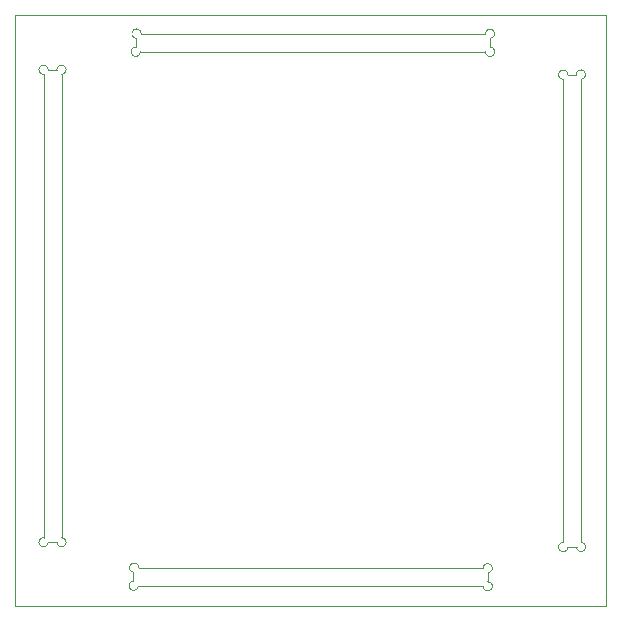
<source format=gbr>
G04 #@! TF.GenerationSoftware,KiCad,Pcbnew,(5.1.2-1)-1*
G04 #@! TF.CreationDate,2019-05-15T16:44:53-07:00*
G04 #@! TF.ProjectId,Final Box kicad,46696e61-6c20-4426-9f78-206b69636164,rev?*
G04 #@! TF.SameCoordinates,Original*
G04 #@! TF.FileFunction,Profile,NP*
%FSLAX46Y46*%
G04 Gerber Fmt 4.6, Leading zero omitted, Abs format (unit mm)*
G04 Created by KiCad (PCBNEW (5.1.2-1)-1) date 2019-05-15 16:44:53*
%MOMM*%
%LPD*%
G04 APERTURE LIST*
%ADD10C,0.100000*%
G04 APERTURE END LIST*
D10*
X151589025Y-69596000D02*
X180735000Y-69596000D01*
X151130000Y-69968561D02*
G75*
G02X151589025Y-69596000I64397J389716D01*
G01*
X140939484Y-68012684D02*
X190939484Y-68012684D01*
X190939484Y-68012684D02*
X190939484Y-118012683D01*
X151385857Y-114842967D02*
X180534346Y-114842967D01*
X180929346Y-115971967D02*
G75*
G02X180534346Y-116366967I0J-395000D01*
G01*
X151341337Y-116366967D02*
X180534346Y-116366967D01*
X151525000Y-71120000D02*
X180735000Y-71120000D01*
X181130000Y-70725000D02*
G75*
G02X180735000Y-71120000I0J-395000D01*
G01*
X151341337Y-116366967D02*
G75*
G02X150929346Y-115934336I-393160J38080D01*
G01*
X143321202Y-73040572D02*
X143321202Y-112250571D01*
X143716202Y-112645571D02*
G75*
G02X143321202Y-112250571I-395000J0D01*
G01*
X143716202Y-112645571D02*
X144450202Y-112645571D01*
X144845202Y-112250571D02*
G75*
G02X144450202Y-112645571I0J-395000D01*
G01*
X143716202Y-72645572D02*
X144450202Y-72645572D01*
X143321202Y-73040572D02*
G75*
G02X143716202Y-72645572I0J395000D01*
G01*
X187713040Y-73054600D02*
X188428773Y-73054600D01*
X187318040Y-73449600D02*
G75*
G02X187713040Y-73054600I0J395000D01*
G01*
X144845202Y-73040572D02*
X144845202Y-112250571D01*
X144450202Y-72645572D02*
G75*
G02X144845202Y-73040572I395000J0D01*
G01*
X150929347Y-115197549D02*
G75*
G02X151385857Y-114842967I63095J389928D01*
G01*
X187713040Y-113054599D02*
X188447040Y-113054599D01*
X188842040Y-112659599D02*
G75*
G02X188447040Y-113054599I0J-395000D01*
G01*
X140939484Y-118012683D02*
X140939484Y-68012684D01*
X150929346Y-115197549D02*
X150929346Y-115934336D01*
X188842040Y-73441933D02*
X188842040Y-112659599D01*
X188428771Y-73054600D02*
G75*
G02X188842040Y-73441933I394935J7242D01*
G01*
X187318040Y-73449600D02*
X187318040Y-112659599D01*
X187713040Y-113054599D02*
G75*
G02X187318040Y-112659599I-395000J0D01*
G01*
X190939484Y-118012683D02*
X140939484Y-118012683D01*
X180929346Y-115237967D02*
X180929346Y-115971967D01*
X180534346Y-114842967D02*
G75*
G02X180929346Y-115237967I395000J0D01*
G01*
X181130000Y-69991000D02*
X181130000Y-70725000D01*
X180735000Y-69596000D02*
G75*
G02X181130000Y-69991000I395000J0D01*
G01*
X151130000Y-69968560D02*
X151130000Y-70725000D01*
X151525000Y-71120000D02*
G75*
G02X151130000Y-70725000I-395000J0D01*
G01*
M02*

</source>
